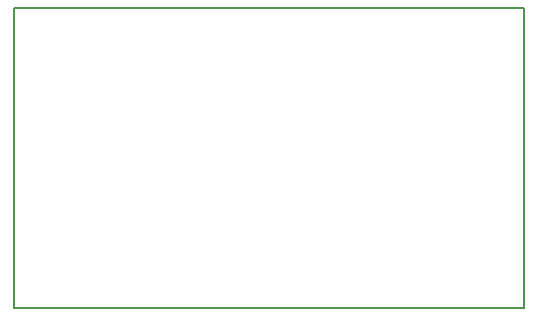
<source format=gbr>
G04 start of page 4 for group 2 idx 2 *
G04 Title: (unknown), outline *
G04 Creator: pcb 20110918 *
G04 CreationDate: Sun 25 Aug 2013 04:17:39 AM GMT UTC *
G04 For: railfan *
G04 Format: Gerber/RS-274X *
G04 PCB-Dimensions: 170000 100000 *
G04 PCB-Coordinate-Origin: lower left *
%MOIN*%
%FSLAX25Y25*%
%LNOUTLINE*%
%ADD43C,0.0080*%
G54D43*X0Y100000D02*Y0D01*
Y100000D02*X170000D01*
X0Y0D02*X170000D01*
Y100000D02*Y0D01*
M02*

</source>
